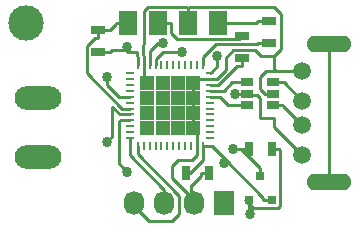
<source format=gbr>
G04 #@! TF.FileFunction,Copper,L1,Top,Signal*
%FSLAX46Y46*%
G04 Gerber Fmt 4.6, Leading zero omitted, Abs format (unit mm)*
G04 Created by KiCad (PCBNEW (2016-04-04 BZR 6663, Git 30f5a7a)-product) date 05/05/2016 22:09:38*
%MOMM*%
G01*
G04 APERTURE LIST*
%ADD10C,0.100000*%
%ADD11R,0.700000X0.250000*%
%ADD12R,0.250000X0.700000*%
%ADD13R,1.287500X1.287500*%
%ADD14O,3.962400X1.981200*%
%ADD15R,1.300000X0.700000*%
%ADD16R,0.700000X1.300000*%
%ADD17R,0.800100X0.800100*%
%ADD18R,1.060000X0.650000*%
%ADD19C,3.000000*%
%ADD20R,1.727200X2.032000*%
%ADD21O,1.727200X2.032000*%
%ADD22R,1.500000X2.000000*%
%ADD23C,1.501140*%
%ADD24O,3.800000X1.400000*%
%ADD25C,0.860000*%
%ADD26C,0.250000*%
G04 APERTURE END LIST*
D10*
D11*
X147984000Y-94913000D03*
X147984000Y-95413000D03*
X147984000Y-95913000D03*
X147984000Y-96413000D03*
X147984000Y-96913000D03*
X147984000Y-97413000D03*
X147984000Y-97913000D03*
X147984000Y-98413000D03*
X147984000Y-98913000D03*
X147984000Y-99413000D03*
X147984000Y-99913000D03*
X147984000Y-100413000D03*
D12*
X148634000Y-101063000D03*
X149134000Y-101063000D03*
X149634000Y-101063000D03*
X150134000Y-101063000D03*
X150634000Y-101063000D03*
X151134000Y-101063000D03*
X151634000Y-101063000D03*
X152134000Y-101063000D03*
X152634000Y-101063000D03*
X153134000Y-101063000D03*
X153634000Y-101063000D03*
X154134000Y-101063000D03*
D11*
X154784000Y-100413000D03*
X154784000Y-99913000D03*
X154784000Y-99413000D03*
X154784000Y-98913000D03*
X154784000Y-98413000D03*
X154784000Y-97913000D03*
X154784000Y-97413000D03*
X154784000Y-96913000D03*
X154784000Y-96413000D03*
X154784000Y-95913000D03*
X154784000Y-95413000D03*
X154784000Y-94913000D03*
D12*
X154134000Y-94263000D03*
X153634000Y-94263000D03*
X153134000Y-94263000D03*
X152634000Y-94263000D03*
X152134000Y-94263000D03*
X151634000Y-94263000D03*
X151134000Y-94263000D03*
X150634000Y-94263000D03*
X150134000Y-94263000D03*
X149634000Y-94263000D03*
X149134000Y-94263000D03*
X148634000Y-94263000D03*
D13*
X153315250Y-99594250D03*
X153315250Y-98306750D03*
X153315250Y-97019250D03*
X153315250Y-95731750D03*
X152027750Y-99594250D03*
X152027750Y-98306750D03*
X152027750Y-97019250D03*
X152027750Y-95731750D03*
X150740250Y-99594250D03*
X150740250Y-98306750D03*
X150740250Y-97019250D03*
X150740250Y-95731750D03*
X149452750Y-99594250D03*
X149452750Y-98306750D03*
X149452750Y-97019250D03*
X149452750Y-95731750D03*
D14*
X140208000Y-101981000D03*
X140208000Y-96981000D03*
D15*
X159766000Y-92390000D03*
X159766000Y-90490000D03*
X157480000Y-93660000D03*
X157480000Y-91760000D03*
X145288000Y-91252000D03*
X145288000Y-93152000D03*
D16*
X158054000Y-101346000D03*
X159954000Y-101346000D03*
X152720000Y-103378000D03*
X154620000Y-103378000D03*
D17*
X158054000Y-105648760D03*
X159954000Y-105648760D03*
X159004000Y-103649780D03*
D18*
X160104000Y-97597000D03*
X160104000Y-96647000D03*
X160104000Y-95697000D03*
X157904000Y-95697000D03*
X157904000Y-97597000D03*
X157904000Y-96647000D03*
D19*
X139192000Y-90678000D03*
D20*
X155956000Y-105918000D03*
D21*
X153416000Y-105918000D03*
X150876000Y-105918000D03*
X148336000Y-105918000D03*
D22*
X150368000Y-90678000D03*
X152908000Y-90678000D03*
X147828000Y-90678000D03*
X155448000Y-90678000D03*
D23*
X162557880Y-94741140D03*
X162557880Y-97281140D03*
X162557880Y-99313140D03*
X162557880Y-101853140D03*
D24*
X164846000Y-92456000D03*
X164846000Y-104140000D03*
D25*
X146050000Y-100711000D03*
X158115000Y-106807000D03*
X147701000Y-103251000D03*
X155321000Y-93472000D03*
X147701000Y-92710000D03*
X155956000Y-102489000D03*
X156845000Y-96647000D03*
X156718000Y-101346000D03*
X146050000Y-95250000D03*
X152400000Y-93091000D03*
X150749000Y-92329000D03*
D26*
X157237000Y-92003400D02*
X157480000Y-91760000D01*
X151962000Y-92003400D02*
X157237000Y-92003400D01*
X151443000Y-91484500D02*
X151962000Y-92003400D01*
X151443000Y-90678000D02*
X151443000Y-91484500D01*
X150368000Y-90678000D02*
X151443000Y-90678000D01*
X153634000Y-101828000D02*
X153634000Y-101063000D01*
X153227000Y-102235000D02*
X153634000Y-101828000D01*
X152019000Y-102235000D02*
X153227000Y-102235000D01*
X151511000Y-102743000D02*
X152019000Y-102235000D01*
X151511000Y-103759000D02*
X151511000Y-102743000D01*
X153416000Y-105664000D02*
X151511000Y-103759000D01*
X153416000Y-105918000D02*
X153416000Y-105664000D01*
X153315000Y-95731800D02*
X153315000Y-97019200D01*
X155322000Y-95413000D02*
X154784000Y-95413000D01*
X156083000Y-94615000D02*
X155322000Y-95413000D01*
X156083000Y-93599000D02*
X156083000Y-94615000D01*
X156670000Y-92984600D02*
X156083000Y-93599000D01*
X158583000Y-92984600D02*
X156670000Y-92984600D01*
X159033000Y-93435200D02*
X158583000Y-92984600D01*
X160196000Y-93435200D02*
X159033000Y-93435200D01*
X159385000Y-96647000D02*
X160104000Y-96647000D01*
X159004000Y-96266000D02*
X159385000Y-96647000D01*
X159004000Y-95250000D02*
X159004000Y-96266000D01*
X159512000Y-94742000D02*
X159004000Y-95250000D01*
X160340000Y-94742000D02*
X159512000Y-94742000D01*
X160196000Y-94598100D02*
X160340000Y-94742000D01*
X160196000Y-93435200D02*
X160196000Y-94598100D01*
X152908000Y-90678000D02*
X152908000Y-89451200D01*
X160742000Y-92889300D02*
X160196000Y-93435200D01*
X160742000Y-89941400D02*
X160742000Y-92889300D01*
X160153000Y-89352700D02*
X160742000Y-89941400D01*
X153006000Y-89352700D02*
X160153000Y-89352700D01*
X152908000Y-89451200D02*
X153006000Y-89352700D01*
X149098000Y-92519500D02*
X149134000Y-94263000D01*
X149148000Y-92469900D02*
X149098000Y-92519500D01*
X149184000Y-89627300D02*
X149148000Y-92469900D01*
X149458000Y-89352600D02*
X149184000Y-89627300D01*
X152809000Y-89352600D02*
X149458000Y-89352600D01*
X152908000Y-89451200D02*
X152809000Y-89352600D01*
X147096000Y-98413000D02*
X147984000Y-98413000D01*
X146490000Y-97808000D02*
X147096000Y-98413000D01*
X146490000Y-100270000D02*
X146490000Y-97808000D01*
X146050000Y-100711000D02*
X146490000Y-100270000D01*
X160655000Y-94742000D02*
X160340000Y-94742000D01*
X153315000Y-97019200D02*
X153315000Y-95731800D01*
X153945000Y-103378000D02*
X154620000Y-103378000D01*
X153945000Y-103631000D02*
X153945000Y-103378000D01*
X153201000Y-104375000D02*
X153945000Y-103631000D01*
X153162000Y-104375000D02*
X153201000Y-104375000D01*
X153162000Y-106172000D02*
X153162000Y-104375000D01*
X153416000Y-105918000D02*
X153162000Y-106172000D01*
X153315000Y-95731700D02*
X153315000Y-95731600D01*
X153634000Y-95413000D02*
X153315000Y-95731600D01*
X154784000Y-95413000D02*
X153634000Y-95413000D01*
X153315000Y-99594200D02*
X153315000Y-99594300D01*
X153634000Y-99913000D02*
X153315000Y-99594300D01*
X153634000Y-101063000D02*
X153634000Y-99913000D01*
X153315000Y-99594200D02*
X153315000Y-98306800D01*
X153315000Y-99594300D02*
X153315000Y-99594200D01*
X153315000Y-95731600D02*
X153315000Y-95731700D01*
X153315000Y-95731700D02*
X153315000Y-95731800D01*
X157691000Y-105649000D02*
X158053800Y-105649000D01*
X158417000Y-106374000D02*
X157691000Y-105649000D01*
X160490000Y-106374000D02*
X158417000Y-106374000D01*
X160712000Y-106152000D02*
X160490000Y-106374000D01*
X160712000Y-101429000D02*
X160712000Y-106152000D01*
X160629000Y-101346000D02*
X160712000Y-101429000D01*
X159954000Y-101346000D02*
X160629000Y-101346000D01*
X158054000Y-106746000D02*
X158115000Y-106807000D01*
X158054000Y-105649000D02*
X158054000Y-106746000D01*
X158053800Y-105649000D02*
X158054000Y-105649000D01*
X158053800Y-105649000D02*
X158054000Y-105648800D01*
X149293500Y-95572400D02*
X149452800Y-95731700D01*
X149453000Y-95731800D02*
X149293500Y-95572400D01*
X149453000Y-95731700D02*
X149453000Y-95731800D01*
X149134000Y-95413000D02*
X149134000Y-94263000D01*
X149293500Y-95572400D02*
X149134000Y-95413000D01*
X162558000Y-94741300D02*
X162558000Y-94741100D01*
X162557900Y-94741200D02*
X162557900Y-94741100D01*
X162558000Y-94741300D02*
X162557900Y-94741200D01*
X162558000Y-94741500D02*
X162558000Y-94741300D01*
X162557000Y-94742000D02*
X162558000Y-94741500D01*
X160782000Y-94742000D02*
X162557000Y-94742000D01*
X160782000Y-94742000D02*
X160655000Y-94742000D01*
X153315000Y-95731700D02*
X153315300Y-95731700D01*
X153315000Y-97984900D02*
X153315000Y-97663000D01*
X153315000Y-97984900D02*
X153315000Y-97663000D01*
X153315000Y-99594200D02*
X153315300Y-99594200D01*
X153315000Y-98145800D02*
X153315000Y-97984900D01*
X153315000Y-98145800D02*
X153315000Y-97984900D01*
X153315000Y-97663000D02*
X153315000Y-97341100D01*
X153315000Y-97663000D02*
X153315000Y-97341100D01*
X153315000Y-98226300D02*
X153315000Y-98145800D01*
X153315000Y-98226300D02*
X153315000Y-98145800D01*
X153315000Y-97341100D02*
X153315000Y-97180100D01*
X153315000Y-97341100D02*
X153315000Y-97180100D01*
X153315000Y-98266500D02*
X153315000Y-98226300D01*
X153315000Y-98266500D02*
X153315000Y-98226300D01*
X153315000Y-97180100D02*
X153315000Y-97099600D01*
X153315000Y-97180100D02*
X153315000Y-97099600D01*
X153315000Y-98286600D02*
X153315000Y-98266500D01*
X153315000Y-98286600D02*
X153315000Y-98266500D01*
X153315000Y-97099600D02*
X153315000Y-97059400D01*
X153315000Y-97099600D02*
X153315000Y-97059400D01*
X153315000Y-98296700D02*
X153315000Y-98286600D01*
X153315000Y-98296700D02*
X153315000Y-98286600D01*
X153315000Y-97059400D02*
X153315000Y-97039300D01*
X153315000Y-97059400D02*
X153315000Y-97039300D01*
X153315000Y-98301700D02*
X153315000Y-98296700D01*
X153315000Y-98301700D02*
X153315000Y-98296700D01*
X153315000Y-97039300D02*
X153315000Y-97029200D01*
X153315000Y-97039300D02*
X153315000Y-97029200D01*
X153315000Y-98304200D02*
X153315000Y-98301700D01*
X153315000Y-98304200D02*
X153315000Y-98301700D01*
X153315000Y-97029200D02*
X153315000Y-97024200D01*
X153315000Y-97029200D02*
X153315000Y-97024200D01*
X153315000Y-98306800D02*
X153315000Y-98305500D01*
X153315000Y-98305500D02*
X153315000Y-98304200D01*
X153315000Y-98306800D02*
X153315000Y-98305500D01*
X153315000Y-98305500D02*
X153315000Y-98304200D01*
X153315300Y-98305800D02*
X153315300Y-98306700D01*
X153315000Y-98305500D02*
X153315300Y-98305800D01*
X153315000Y-97024200D02*
X153315000Y-97021700D01*
X153315000Y-97021700D02*
X153315000Y-97019200D01*
X153315000Y-97024200D02*
X153315000Y-97021700D01*
X153315000Y-97021700D02*
X153315000Y-97019200D01*
X153315300Y-97021400D02*
X153315300Y-97019200D01*
X153315000Y-97021700D02*
X153315300Y-97021400D01*
X146263000Y-91252000D02*
X145288000Y-91252000D01*
X146753000Y-90762600D02*
X146263000Y-91252000D01*
X146753000Y-90678000D02*
X146753000Y-90762600D01*
X147828000Y-90678000D02*
X146753000Y-90678000D01*
X145034800Y-91927300D02*
X145288000Y-91927300D01*
X144312400Y-92649700D02*
X145034800Y-91927300D01*
X144312400Y-94916700D02*
X144312400Y-92649700D01*
X147308700Y-97913000D02*
X144312400Y-94916700D01*
X147984000Y-97913000D02*
X147308700Y-97913000D01*
X145288000Y-91252000D02*
X145288000Y-91927300D01*
X158603000Y-90678000D02*
X155448000Y-90678000D01*
X158791000Y-90490000D02*
X158603000Y-90678000D01*
X159766000Y-90490000D02*
X158791000Y-90490000D01*
X154134000Y-101063000D02*
X154134000Y-102279000D01*
X154134000Y-102279000D02*
X153035000Y-103378000D01*
X153035000Y-103378000D02*
X152720000Y-103378000D01*
X147984000Y-98913000D02*
X147150502Y-98913000D01*
X147002500Y-102552500D02*
X147701000Y-103251000D01*
X147002500Y-99061002D02*
X147002500Y-102552500D01*
X147150502Y-98913000D02*
X147002500Y-99061002D01*
X155984000Y-102207000D02*
X155984000Y-102461000D01*
X155984000Y-102461000D02*
X155956000Y-102489000D01*
X147323000Y-102873000D02*
X147701000Y-103251000D01*
X147323000Y-102867000D02*
X147323000Y-102873000D01*
X154784000Y-94898000D02*
X154784000Y-94913000D01*
X155321000Y-94361000D02*
X154784000Y-94898000D01*
X155321000Y-93472000D02*
X155321000Y-94361000D01*
X147323000Y-102867000D02*
X147534000Y-103077000D01*
X154889000Y-101112000D02*
X154134000Y-101112000D01*
X155984000Y-102207000D02*
X154889000Y-101112000D01*
X154134000Y-101063000D02*
X154134000Y-101112000D01*
X159954000Y-105649000D02*
X159953800Y-105649000D01*
X159229000Y-105452000D02*
X155984000Y-102207000D01*
X159229000Y-105649000D02*
X159229000Y-105452000D01*
X159953800Y-105649000D02*
X159229000Y-105649000D01*
X159953800Y-105649000D02*
X159954000Y-105648800D01*
X147701000Y-93152000D02*
X147701000Y-92931000D01*
X148540000Y-93152000D02*
X147701000Y-93152000D01*
X148540000Y-93493900D02*
X148540000Y-93152000D01*
X148634000Y-93587700D02*
X148540000Y-93493900D01*
X148634000Y-94263000D02*
X148634000Y-93587700D01*
X147701000Y-92931000D02*
X147701000Y-92710000D01*
X146484300Y-92931000D02*
X146263300Y-93152000D01*
X147701000Y-92931000D02*
X146484300Y-92931000D01*
X145288000Y-93152000D02*
X146263300Y-93152000D01*
X157904000Y-96647000D02*
X156845000Y-96647000D01*
X156718000Y-101346000D02*
X157386000Y-101346000D01*
X157386000Y-101346000D02*
X158054000Y-101346000D01*
X159004000Y-102924000D02*
X159004000Y-103649800D01*
X158964000Y-102924000D02*
X159004000Y-102924000D01*
X157386000Y-101346000D02*
X158964000Y-102924000D01*
X159004000Y-103649800D02*
X159004000Y-103650000D01*
X162558000Y-101853000D02*
X162557900Y-101852900D01*
X158031000Y-96774000D02*
X157904000Y-96647000D01*
X158750000Y-96774000D02*
X158031000Y-96774000D01*
X159004000Y-97028000D02*
X158750000Y-96774000D01*
X159004000Y-98679000D02*
X159004000Y-97028000D01*
X160147000Y-98679000D02*
X159004000Y-98679000D01*
X160147000Y-99442300D02*
X160147000Y-98679000D01*
X161754000Y-101049000D02*
X160147000Y-99442300D01*
X162557900Y-101852900D02*
X161754000Y-101049000D01*
X162557900Y-101852900D02*
X162557900Y-101853100D01*
X154134000Y-93587700D02*
X154134000Y-94263000D01*
X155237000Y-92484800D02*
X154134000Y-93587700D01*
X158696000Y-92484800D02*
X155237000Y-92484800D01*
X158791000Y-92390000D02*
X158696000Y-92484800D01*
X159766000Y-92390000D02*
X158791000Y-92390000D01*
X155459000Y-95913000D02*
X154784000Y-95913000D01*
X157037000Y-94335300D02*
X155459000Y-95913000D01*
X157480000Y-94335300D02*
X157037000Y-94335300D01*
X157480000Y-93660000D02*
X157480000Y-94335300D01*
X160959000Y-97714500D02*
X162557900Y-99313100D01*
X160959000Y-97597000D02*
X160959000Y-97714500D01*
X160104000Y-97597000D02*
X160959000Y-97597000D01*
X162557900Y-99313100D02*
X162558000Y-99313100D01*
X160974000Y-95697000D02*
X160104000Y-95697000D01*
X162558000Y-97281100D02*
X160974000Y-95697000D01*
X162557900Y-97281100D02*
X162558000Y-97281100D01*
X146050000Y-95885000D02*
X146050000Y-95250000D01*
X147078000Y-96913000D02*
X146050000Y-95885000D01*
X147984000Y-96913000D02*
X147078000Y-96913000D01*
X150749000Y-93091000D02*
X152400000Y-93091000D01*
X150134000Y-93706000D02*
X150749000Y-93091000D01*
X150134000Y-94263000D02*
X150134000Y-93706000D01*
X149634000Y-94263000D02*
X149634000Y-93063000D01*
X149860000Y-92837000D02*
X150368000Y-92329000D01*
X149634000Y-93063000D02*
X149860000Y-92837000D01*
X150368000Y-92329000D02*
X150749000Y-92329000D01*
X164846000Y-92456000D02*
X164846000Y-104140000D01*
X155587000Y-96913000D02*
X154784000Y-96913000D01*
X156271000Y-97597000D02*
X155587000Y-96913000D01*
X157904000Y-97597000D02*
X156271000Y-97597000D01*
X155928000Y-96413000D02*
X154784000Y-96413000D01*
X156644000Y-95697000D02*
X155928000Y-96413000D01*
X157904000Y-95697000D02*
X156644000Y-95697000D01*
X147984000Y-101883000D02*
X147984000Y-100413000D01*
X150876000Y-104775000D02*
X147984000Y-101883000D01*
X150876000Y-105918000D02*
X150876000Y-104775000D01*
X148336000Y-106172000D02*
X148336000Y-105918000D01*
X149606000Y-107442000D02*
X148336000Y-106172000D01*
X151511000Y-107442000D02*
X149606000Y-107442000D01*
X152146000Y-106807000D02*
X151511000Y-107442000D01*
X152146000Y-105283000D02*
X152146000Y-106807000D01*
X148634000Y-101771000D02*
X152146000Y-105283000D01*
X148634000Y-101063000D02*
X148634000Y-101771000D01*
X148336000Y-106172000D02*
X148336000Y-105918000D01*
M02*

</source>
